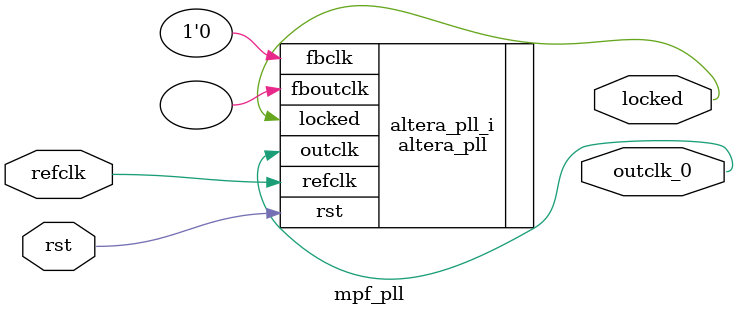
<source format=v>
`timescale 1ns/10ps
module  mpf_pll(

	// interface 'reset'
	input wire rst,

	// interface 'refclk'
	input wire refclk,

	// interface 'locked'
	output wire locked,

	// interface 'outclk0'
	output wire outclk_0
);

	altera_pll #(
		.c_cnt_bypass_en0("false"),
		.c_cnt_bypass_en1("true"),
		.c_cnt_bypass_en2("true"),
		.c_cnt_bypass_en3("true"),
		.c_cnt_bypass_en4("true"),
		.c_cnt_bypass_en5("true"),
		.c_cnt_bypass_en6("true"),
		.c_cnt_bypass_en7("true"),
		.c_cnt_bypass_en8("true"),
		.c_cnt_hi_div0(2),
		.c_cnt_hi_div1(256),
		.c_cnt_hi_div2(256),
		.c_cnt_hi_div3(256),
		.c_cnt_hi_div4(256),
		.c_cnt_hi_div5(256),
		.c_cnt_hi_div6(256),
		.c_cnt_hi_div7(256),
		.c_cnt_hi_div8(256),
		.c_cnt_lo_div0(1),
		.c_cnt_lo_div1(256),
		.c_cnt_lo_div2(256),
		.c_cnt_lo_div3(256),
		.c_cnt_lo_div4(256),
		.c_cnt_lo_div5(256),
		.c_cnt_lo_div6(256),
		.c_cnt_lo_div7(256),
		.c_cnt_lo_div8(256),
		.c_cnt_odd_div_duty_en0("true"),
		.c_cnt_odd_div_duty_en1("false"),
		.c_cnt_odd_div_duty_en2("false"),
		.c_cnt_odd_div_duty_en3("false"),
		.c_cnt_odd_div_duty_en4("false"),
		.c_cnt_odd_div_duty_en5("false"),
		.c_cnt_odd_div_duty_en6("false"),
		.c_cnt_odd_div_duty_en7("false"),
		.c_cnt_odd_div_duty_en8("false"),
		.c_cnt_ph_mux_prst0(0),
		.c_cnt_ph_mux_prst1(0),
		.c_cnt_ph_mux_prst2(0),
		.c_cnt_ph_mux_prst3(0),
		.c_cnt_ph_mux_prst4(0),
		.c_cnt_ph_mux_prst5(0),
		.c_cnt_ph_mux_prst6(0),
		.c_cnt_ph_mux_prst7(0),
		.c_cnt_ph_mux_prst8(0),
		.c_cnt_prst0(1),
		.c_cnt_prst1(1),
		.c_cnt_prst2(1),
		.c_cnt_prst3(1),
		.c_cnt_prst4(1),
		.c_cnt_prst5(1),
		.c_cnt_prst6(1),
		.c_cnt_prst7(1),
		.c_cnt_prst8(1),
		.clock_name_0("outclk0"),
		.clock_name_1(""),
		.clock_name_2(""),
		.clock_name_3(""),
		.clock_name_4(""),
		.clock_name_5(""),
		.clock_name_6(""),
		.clock_name_7(""),
		.clock_name_8(""),
		.clock_name_global_0("false"),
		.clock_name_global_1("false"),
		.clock_name_global_2("false"),
		.clock_name_global_3("false"),
		.clock_name_global_4("false"),
		.clock_name_global_5("false"),
		.clock_name_global_6("false"),
		.clock_name_global_7("false"),
		.clock_name_global_8("false"),
		.duty_cycle0(50),
		.duty_cycle1(50),
		.duty_cycle2(50),
		.duty_cycle3(50),
		.duty_cycle4(50),
		.duty_cycle5(50),
		.duty_cycle6(50),
		.duty_cycle7(50),
		.duty_cycle8(50),
		.m_cnt_bypass_en("false"),
		.m_cnt_hi_div(3),
		.m_cnt_lo_div(3),
		.m_cnt_odd_div_duty_en("false"),
		.n_cnt_bypass_en("true"),
		.n_cnt_hi_div(256),
		.n_cnt_lo_div(256),
		.n_cnt_odd_div_duty_en("false"),
		.number_of_clocks(1),
		.operation_mode("direct"),
		.output_clock_frequency0("200.000000 MHz"),
		.output_clock_frequency1("0 ps"),
		.output_clock_frequency2("0 ps"),
		.output_clock_frequency3("0 ps"),
		.output_clock_frequency4("0 ps"),
		.output_clock_frequency5("0 ps"),
		.output_clock_frequency6("0 ps"),
		.output_clock_frequency7("0 ps"),
		.output_clock_frequency8("0 ps"),
		.phase_shift0("0 ps"),
		.phase_shift1("0 ps"),
		.phase_shift2("0 ps"),
		.phase_shift3("0 ps"),
		.phase_shift4("0 ps"),
		.phase_shift5("0 ps"),
		.phase_shift6("0 ps"),
		.phase_shift7("0 ps"),
		.phase_shift8("0 ps"),
		.pll_bw_sel("Low"),
		.pll_bwctrl("pll_bw_res_setting3"),
		.pll_cp_current("pll_cp_setting14"),
		.pll_extclk_0_cnt_src("pll_extclk_cnt_src_vss"),
		.pll_extclk_1_cnt_src("pll_extclk_cnt_src_vss"),
		.pll_fbclk_mux_1("pll_fbclk_mux_1_glb"),
		.pll_fbclk_mux_2("pll_fbclk_mux_2_m_cnt"),
		.pll_m_cnt_in_src("c_m_cnt_in_src_ph_mux_clk"),
		.pll_output_clk_frequency("600.0 MHz"),
		.pll_slf_rst("false"),
		.pll_subtype("General"),
		.pll_type("Arria 10"),
		.reference_clock_frequency("100.0 MHz")
	) altera_pll_i (
		.rst	(rst),
		.fbclk	(1'b0),
		.fboutclk	( ),
		.locked	(locked),
		.refclk	(refclk),
		.outclk	({outclk_0})
	);
endmodule


</source>
